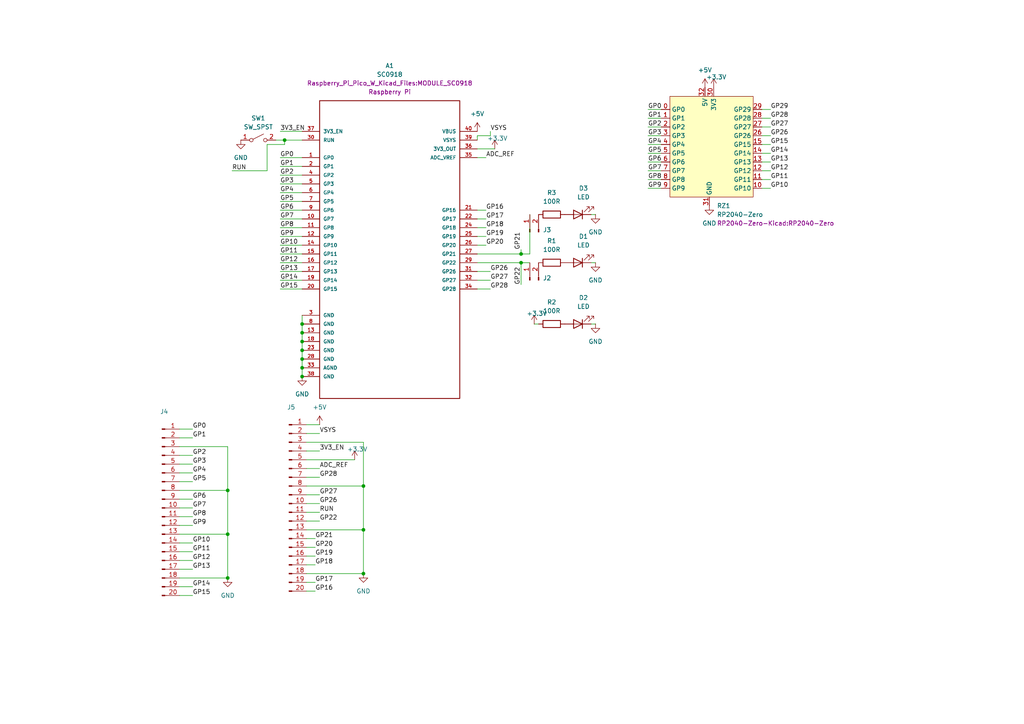
<source format=kicad_sch>
(kicad_sch (version 20231120) (generator "eeschema") (generator_version "8.0")
  (paper "A4")
  (lib_symbols
    (symbol "Connector:Conn_01x02_Pin" (pin_names (offset 1.016) hide)
      (property "Reference" "J" (at 0 2.54 0))
      (property "Value" "Conn_01x02_Pin" (at 0 -5.08 0))
      (symbol "Conn_01x02_Pin_1_1"
        (polyline (pts (xy 1.27 -2.54) (xy 0.8636 -2.54)) (stroke (width 0.1524)))
        (polyline (pts (xy 1.27 0) (xy 0.8636 0)) (stroke (width 0.1524)))
        (rectangle (start 0.8636 -2.413) (end 0 -2.667) (stroke (width 0.1524)) (fill (type outline)))
        (rectangle (start 0.8636 0.127) (end 0 -0.127) (stroke (width 0.1524)) (fill (type outline)))
        (pin passive line (at 5.08 0 180) (length 3.81) (name "Pin_1") (number "1"))
        (pin passive line (at 5.08 -2.54 180) (length 3.81) (name "Pin_2") (number "2"))
      )
    )
    (symbol "Connector:Conn_01x20_Pin" (pin_names (offset 1.016) hide)
      (property "Reference" "J" (at 0 25.4 0))
      (property "Value" "Conn_01x20_Pin" (at 0 -27.94 0))
      (symbol "Conn_01x20_Pin_1_1"
        (polyline (pts (xy 1.27 -25.4) (xy 0.8636 -25.4)) (stroke (width 0.1524)))
        (polyline (pts (xy 1.27 -22.86) (xy 0.8636 -22.86)) (stroke (width 0.1524)))
        (polyline (pts (xy 1.27 -20.32) (xy 0.8636 -20.32)) (stroke (width 0.1524)))
        (polyline (pts (xy 1.27 -17.78) (xy 0.8636 -17.78)) (stroke (width 0.1524)))
        (polyline (pts (xy 1.27 -15.24) (xy 0.8636 -15.24)) (stroke (width 0.1524)))
        (polyline (pts (xy 1.27 -12.7) (xy 0.8636 -12.7)) (stroke (width 0.1524)))
        (polyline (pts (xy 1.27 -10.16) (xy 0.8636 -10.16)) (stroke (width 0.1524)))
        (polyline (pts (xy 1.27 -7.62) (xy 0.8636 -7.62)) (stroke (width 0.1524)))
        (polyline (pts (xy 1.27 -5.08) (xy 0.8636 -5.08)) (stroke (width 0.1524)))
        (polyline (pts (xy 1.27 -2.54) (xy 0.8636 -2.54)) (stroke (width 0.1524)))
        (polyline (pts (xy 1.27 0) (xy 0.8636 0)) (stroke (width 0.1524)))
        (polyline (pts (xy 1.27 2.54) (xy 0.8636 2.54)) (stroke (width 0.1524)))
        (polyline (pts (xy 1.27 5.08) (xy 0.8636 5.08)) (stroke (width 0.1524)))
        (polyline (pts (xy 1.27 7.62) (xy 0.8636 7.62)) (stroke (width 0.1524)))
        (polyline (pts (xy 1.27 10.16) (xy 0.8636 10.16)) (stroke (width 0.1524)))
        (polyline (pts (xy 1.27 12.7) (xy 0.8636 12.7)) (stroke (width 0.1524)))
        (polyline (pts (xy 1.27 15.24) (xy 0.8636 15.24)) (stroke (width 0.1524)))
        (polyline (pts (xy 1.27 17.78) (xy 0.8636 17.78)) (stroke (width 0.1524)))
        (polyline (pts (xy 1.27 20.32) (xy 0.8636 20.32)) (stroke (width 0.1524)))
        (polyline (pts (xy 1.27 22.86) (xy 0.8636 22.86)) (stroke (width 0.1524)))
        (rectangle (start 0.8636 -25.273) (end 0 -25.527) (stroke (width 0.1524)) (fill (type outline)))
        (rectangle (start 0.8636 -22.733) (end 0 -22.987) (stroke (width 0.1524)) (fill (type outline)))
        (rectangle (start 0.8636 -20.193) (end 0 -20.447) (stroke (width 0.1524)) (fill (type outline)))
        (rectangle (start 0.8636 -17.653) (end 0 -17.907) (stroke (width 0.1524)) (fill (type outline)))
        (rectangle (start 0.8636 -15.113) (end 0 -15.367) (stroke (width 0.1524)) (fill (type outline)))
        (rectangle (start 0.8636 -12.573) (end 0 -12.827) (stroke (width 0.1524)) (fill (type outline)))
        (rectangle (start 0.8636 -10.033) (end 0 -10.287) (stroke (width 0.1524)) (fill (type outline)))
        (rectangle (start 0.8636 -7.493) (end 0 -7.747) (stroke (width 0.1524)) (fill (type outline)))
        (rectangle (start 0.8636 -4.953) (end 0 -5.207) (stroke (width 0.1524)) (fill (type outline)))
        (rectangle (start 0.8636 -2.413) (end 0 -2.667) (stroke (width 0.1524)) (fill (type outline)))
        (rectangle (start 0.8636 0.127) (end 0 -0.127) (stroke (width 0.1524)) (fill (type outline)))
        (rectangle (start 0.8636 2.667) (end 0 2.413) (stroke (width 0.1524)) (fill (type outline)))
        (rectangle (start 0.8636 5.207) (end 0 4.953) (stroke (width 0.1524)) (fill (type outline)))
        (rectangle (start 0.8636 7.747) (end 0 7.493) (stroke (width 0.1524)) (fill (type outline)))
        (rectangle (start 0.8636 10.287) (end 0 10.033) (stroke (width 0.1524)) (fill (type outline)))
        (rectangle (start 0.8636 12.827) (end 0 12.573) (stroke (width 0.1524)) (fill (type outline)))
        (rectangle (start 0.8636 15.367) (end 0 15.113) (stroke (width 0.1524)) (fill (type outline)))
        (rectangle (start 0.8636 17.907) (end 0 17.653) (stroke (width 0.1524)) (fill (type outline)))
        (rectangle (start 0.8636 20.447) (end 0 20.193) (stroke (width 0.1524)) (fill (type outline)))
        (rectangle (start 0.8636 22.987) (end 0 22.733) (stroke (width 0.1524)) (fill (type outline)))
        (pin passive line (at 5.08 22.86 180) (length 3.81) (name "Pin_1") (number "1"))
        (pin passive line (at 5.08 0 180) (length 3.81) (name "Pin_10") (number "10"))
        (pin passive line (at 5.08 -2.54 180) (length 3.81) (name "Pin_11") (number "11"))
        (pin passive line (at 5.08 -5.08 180) (length 3.81) (name "Pin_12") (number "12"))
        (pin passive line (at 5.08 -7.62 180) (length 3.81) (name "Pin_13") (number "13"))
        (pin passive line (at 5.08 -10.16 180) (length 3.81) (name "Pin_14") (number "14"))
        (pin passive line (at 5.08 -12.7 180) (length 3.81) (name "Pin_15") (number "15"))
        (pin passive line (at 5.08 -15.24 180) (length 3.81) (name "Pin_16") (number "16"))
        (pin passive line (at 5.08 -17.78 180) (length 3.81) (name "Pin_17") (number "17"))
        (pin passive line (at 5.08 -20.32 180) (length 3.81) (name "Pin_18") (number "18"))
        (pin passive line (at 5.08 -22.86 180) (length 3.81) (name "Pin_19") (number "19"))
        (pin passive line (at 5.08 20.32 180) (length 3.81) (name "Pin_2") (number "2"))
        (pin passive line (at 5.08 -25.4 180) (length 3.81) (name "Pin_20") (number "20"))
        (pin passive line (at 5.08 17.78 180) (length 3.81) (name "Pin_3") (number "3"))
        (pin passive line (at 5.08 15.24 180) (length 3.81) (name "Pin_4") (number "4"))
        (pin passive line (at 5.08 12.7 180) (length 3.81) (name "Pin_5") (number "5"))
        (pin passive line (at 5.08 10.16 180) (length 3.81) (name "Pin_6") (number "6"))
        (pin passive line (at 5.08 7.62 180) (length 3.81) (name "Pin_7") (number "7"))
        (pin passive line (at 5.08 5.08 180) (length 3.81) (name "Pin_8") (number "8"))
        (pin passive line (at 5.08 2.54 180) (length 3.81) (name "Pin_9") (number "9"))
      )
    )
    (symbol "Device:LED" (pin_numbers hide) (pin_names (offset 1.016) hide)
      (property "Reference" "D" (at 0 2.54 0))
      (property "Value" "LED" (at 0 -2.54 0))
      (symbol "LED_0_1"
        (polyline (pts (xy -1.27 -1.27) (xy -1.27 1.27)) (stroke (width 0.254)))
        (polyline (pts (xy -1.27 0) (xy 1.27 0)))
        (polyline (pts (xy 1.27 -1.27) (xy 1.27 1.27) (xy -1.27 0) (xy 1.27 -1.27)) (stroke (width 0.254)))
        (polyline (pts (xy -3.048 -0.762) (xy -4.572 -2.286) (xy -3.81 -2.286) (xy -4.572 -2.286) (xy -4.572 -1.524)))
        (polyline (pts (xy -1.778 -0.762) (xy -3.302 -2.286) (xy -2.54 -2.286) (xy -3.302 -2.286) (xy -3.302 -1.524)))
      )
      (symbol "LED_1_1"
        (pin passive line (at -3.81 0 0) (length 2.54) (name "K") (number "1"))
        (pin passive line (at 3.81 0 180) (length 2.54) (name "A") (number "2"))
      )
    )
    (symbol "Device:R" (pin_numbers hide) (pin_names (offset 0))
      (property "Reference" "R" (at 2.032 0 90))
      (property "Value" "R" (at 0 0 90))
      (symbol "R_0_1"
        (rectangle (start -1.016 -2.54) (end 1.016 2.54) (stroke (width 0.254)))
      )
      (symbol "R_1_1"
        (pin passive line (at 0 3.81 270) (length 1.27) (name "~") (number "1"))
        (pin passive line (at 0 -3.81 90) (length 1.27) (name "~") (number "2"))
      )
    )
    (symbol "Raspberry_Pi_Pico_W_SC0918:SC0918" (pin_names (offset 1.016))
      (property "Reference" "A1" (at 0 58.42 0))
      (property "Value" "SC0918" (at 0 55.88 0))
      (property "Footprint" "Raspberry Pi:MODULE_SC0918" (at -12.7 -46.99 0))
      (property "manufacturer" "Raspberry Pi" (at 0 53.34 0))
      (symbol "SC0918_0_0"
        (rectangle (start -20.32 -43.18) (end 20.32 43.18) (stroke (width 0.254)))
        (pin bidirectional line (at -25.4 26.67 0) (length 5.08) (name "GP0") (number "1"))
        (pin bidirectional line (at -25.4 8.89 0) (length 5.08) (name "GP7") (number "10"))
        (pin bidirectional line (at -25.4 6.35 0) (length 5.08) (name "GP8") (number "11"))
        (pin bidirectional line (at -25.4 3.81 0) (length 5.08) (name "GP9") (number "12"))
        (pin power_in line (at -25.4 -24.13 0) (length 5.08) (name "GND") (number "13"))
        (pin bidirectional line (at -25.4 1.27 0) (length 5.08) (name "GP10") (number "14"))
        (pin bidirectional line (at -25.4 -1.27 0) (length 5.08) (name "GP11") (number "15"))
        (pin bidirectional line (at -25.4 -3.81 0) (length 5.08) (name "GP12") (number "16"))
        (pin bidirectional line (at -25.4 -6.35 0) (length 5.08) (name "GP13") (number "17"))
        (pin power_in line (at -25.4 -26.67 0) (length 5.08) (name "GND") (number "18"))
        (pin bidirectional line (at -25.4 -8.89 0) (length 5.08) (name "GP14") (number "19"))
        (pin bidirectional line (at -25.4 24.13 0) (length 5.08) (name "GP1") (number "2"))
        (pin bidirectional line (at -25.4 -11.43 0) (length 5.08) (name "GP15") (number "20"))
        (pin bidirectional line (at 25.4 11.43 180) (length 5.08) (name "GP16") (number "21"))
        (pin bidirectional line (at 25.4 8.89 180) (length 5.08) (name "GP17") (number "22"))
        (pin power_in line (at -25.4 -29.21 0) (length 5.08) (name "GND") (number "23"))
        (pin bidirectional line (at 25.4 6.35 180) (length 5.08) (name "GP18") (number "24"))
        (pin bidirectional line (at 25.4 3.81 180) (length 5.08) (name "GP19") (number "25"))
        (pin bidirectional line (at 25.4 1.27 180) (length 5.08) (name "GP20") (number "26"))
        (pin bidirectional line (at 25.4 -1.27 180) (length 5.08) (name "GP21") (number "27"))
        (pin power_in line (at -25.4 -31.75 0) (length 5.08) (name "GND") (number "28"))
        (pin bidirectional line (at 25.4 -3.81 180) (length 5.08) (name "GP22") (number "29"))
        (pin power_in line (at -25.4 -19.05 0) (length 5.08) (name "GND") (number "3"))
        (pin input line (at -25.4 31.75 0) (length 5.08) (name "RUN") (number "30"))
        (pin bidirectional line (at 25.4 -6.35 180) (length 5.08) (name "GP26") (number "31"))
        (pin bidirectional line (at 25.4 -8.89 180) (length 5.08) (name "GP27") (number "32"))
        (pin power_in line (at -25.4 -34.29 0) (length 5.08) (name "AGND") (number "33"))
        (pin bidirectional line (at 25.4 -11.43 180) (length 5.08) (name "GP28") (number "34"))
        (pin power_in line (at 25.4 26.67 180) (length 5.08) (name "ADC_VREF") (number "35"))
        (pin power_in line (at 25.4 29.21 180) (length 5.08) (name "3V3_OUT") (number "36"))
        (pin input line (at -25.4 34.29 0) (length 5.08) (name "3V3_EN") (number "37"))
        (pin power_in line (at -25.4 -36.83 0) (length 5.08) (name "GND") (number "38"))
        (pin free line (at 25.4 31.75 180) (length 5.08) (name "VSYS") (number "39"))
        (pin bidirectional line (at -25.4 21.59 0) (length 5.08) (name "GP2") (number "4"))
        (pin free line (at 25.4 34.29 180) (length 5.08) (name "VBUS") (number "40"))
        (pin bidirectional line (at -25.4 19.05 0) (length 5.08) (name "GP3") (number "5"))
        (pin bidirectional line (at -25.4 16.51 0) (length 5.08) (name "GP4") (number "6"))
        (pin bidirectional line (at -25.4 13.97 0) (length 5.08) (name "GP5") (number "7"))
        (pin power_in line (at -25.4 -21.59 0) (length 5.08) (name "GND") (number "8"))
        (pin bidirectional line (at -25.4 11.43 0) (length 5.08) (name "GP6") (number "9"))
      )
    )
    (symbol "Switch:SW_SPST" (pin_names (offset 0) hide)
      (property "Reference" "SW" (at 0 3.175 0))
      (property "Value" "SW_SPST" (at 0 -2.54 0))
      (symbol "SW_SPST_0_0"
        (circle (center -2.032 0) (radius 0.508))
        (polyline (pts (xy -1.524 0.254) (xy 1.524 1.778)))
        (circle (center 2.032 0) (radius 0.508))
      )
      (symbol "SW_SPST_1_1"
        (pin passive line (at -5.08 0 0) (length 2.54) (name "A") (number "1"))
        (pin passive line (at 5.08 0 180) (length 2.54) (name "B") (number "2"))
      )
    )
    (symbol "power:+3.3V" (power) (pin_numbers hide) (pin_names (offset 0) hide)
      (property "Value" "+3.3V" (at 0 3.556 0))
      (symbol "+3.3V_0_1"
        (polyline (pts (xy -0.762 1.27) (xy 0 2.54)))
        (polyline (pts (xy 0 0) (xy 0 2.54)))
        (polyline (pts (xy 0 2.54) (xy 0.762 1.27)))
      )
      (symbol "+3.3V_1_1"
        (pin power_in line (at 0 0 90) (length 0) (name "~") (number "1"))
      )
    )
    (symbol "power:+5V" (power) (pin_numbers hide) (pin_names (offset 0) hide)
      (property "Value" "+5V" (at 0 3.556 0))
      (symbol "+5V_0_1"
        (polyline (pts (xy -0.762 1.27) (xy 0 2.54)))
        (polyline (pts (xy 0 0) (xy 0 2.54)))
        (polyline (pts (xy 0 2.54) (xy 0.762 1.27)))
      )
      (symbol "+5V_1_1"
        (pin power_in line (at 0 0 90) (length 0) (name "~") (number "1"))
      )
    )
    (symbol "power:GND" (power) (pin_numbers hide) (pin_names (offset 0) hide)
      (property "Value" "GND" (at 0 -3.81 0))
      (symbol "GND_0_1"
        (polyline (pts (xy 0 0) (xy 0 -1.27) (xy 1.27 -1.27) (xy 0 -2.54) (xy -1.27 -1.27) (xy 0 -1.27)))
      )
      (symbol "GND_1_1"
        (pin power_in line (at 0 0 270) (length 0) (name "~") (number "1"))
      )
    )
    (symbol "rp2040-zero:RP2040-Zero"
      (property "Reference" "RZ" (at 0 0 0))
      (property "Value" "RP2040-Zero" (at 0 -2.54 0))
      (property "Footprint" "RP2040-Zero:RP2040-Zero" (at 0 2.54 0))
      (symbol "RP2040-Zero_0_1"
        (rectangle (start -11.43 -15.24) (end 12.7 13.97) (fill (type background)))
      )
      (symbol "RP2040-Zero_1_1"
        (pin bidirectional line (at -13.97 10.16 0) (length 2.54) (name "GP0") (number "0"))
        (pin bidirectional line (at -13.97 7.62 0) (length 2.54) (name "GP1") (number "1"))
        (pin bidirectional line (at 15.24 -12.7 180) (length 2.54) (name "GP10") (number "10"))
        (pin bidirectional line (at 15.24 -10.16 180) (length 2.54) (name "GP11") (number "11"))
        (pin bidirectional line (at 15.24 -7.62 180) (length 2.54) (name "GP12") (number "12"))
        (pin bidirectional line (at 15.24 -5.08 180) (length 2.54) (name "GP13") (number "13"))
        (pin bidirectional line (at 15.24 -2.54 180) (length 2.54) (name "GP14") (number "14"))
        (pin bidirectional line (at 15.24 0 180) (length 2.54) (name "GP15") (number "15"))
        (pin bidirectional line (at -13.97 5.08 0) (length 2.54) (name "GP2") (number "2"))
        (pin bidirectional line (at 15.24 2.54 180) (length 2.54) (name "GP26") (number "26"))
        (pin bidirectional line (at 15.24 5.08 180) (length 2.54) (name "GP27") (number "27"))
        (pin bidirectional line (at 15.24 7.62 180) (length 2.54) (name "GP28") (number "28"))
        (pin bidirectional line (at 15.24 10.16 180) (length 2.54) (name "GP29") (number "29"))
        (pin bidirectional line (at -13.97 2.54 0) (length 2.54) (name "GP3") (number "3"))
        (pin power_in line (at 1.27 16.51 270) (length 2.54) (name "3V3") (number "30"))
        (pin passive line (at 0 -17.78 90) (length 2.54) (name "GND") (number "31"))
        (pin power_in line (at -1.27 16.51 270) (length 2.54) (name "5V") (number "32"))
        (pin bidirectional line (at -13.97 0 0) (length 2.54) (name "GP4") (number "4"))
        (pin bidirectional line (at -13.97 -2.54 0) (length 2.54) (name "GP5") (number "5"))
        (pin bidirectional line (at -13.97 -5.08 0) (length 2.54) (name "GP6") (number "6"))
        (pin bidirectional line (at -13.97 -7.62 0) (length 2.54) (name "GP7") (number "7"))
        (pin bidirectional line (at -13.97 -10.16 0) (length 2.54) (name "GP8") (number "8"))
        (pin bidirectional line (at -13.97 -12.7 0) (length 2.54) (name "GP9") (number "9"))
      )
    )
  )
  (junction (at 66.04 142.24))
  (junction (at 66.04 154.94))
  (junction (at 87.63 109.22))
  (junction (at 87.63 96.52))
  (junction (at 105.41 166.37))
  (junction (at 105.41 153.67))
  (junction (at 87.63 106.68))
  (junction (at 151.13 76.2))
  (junction (at 82.55 40.64))
  (junction (at 105.41 140.97))
  (junction (at 66.04 167.64))
  (junction (at 87.63 99.06))
  (junction (at 87.63 104.14))
  (junction (at 87.63 101.6))
  (junction (at 151.13 73.66))
  (junction (at 87.63 93.98))
  (wire (pts (xy 52.07 149.86) (xy 55.88 149.86)))
  (wire (pts (xy 81.28 50.8) (xy 87.63 50.8)))
  (wire (pts (xy 220.98 49.53) (xy 223.52 49.53)))
  (wire (pts (xy 81.28 38.1) (xy 87.63 38.1)))
  (wire (pts (xy 88.9 171.45) (xy 91.44 171.45)))
  (wire (pts (xy 81.28 53.34) (xy 87.63 53.34)))
  (wire (pts (xy 187.96 41.91) (xy 191.77 41.91)))
  (wire (pts (xy 105.41 140.97) (xy 105.41 153.67)))
  (wire (pts (xy 81.28 60.96) (xy 87.63 60.96)))
  (wire (pts (xy 220.98 34.29) (xy 223.52 34.29)))
  (wire (pts (xy 88.9 138.43) (xy 92.71 138.43)))
  (wire (pts (xy 138.43 39.37) (xy 142.24 39.37)))
  (wire (pts (xy 81.28 45.72) (xy 87.63 45.72)))
  (wire (pts (xy 138.43 43.18) (xy 143.51 43.18)))
  (wire (pts (xy 88.9 135.89) (xy 92.71 135.89)))
  (wire (pts (xy 151.13 76.2) (xy 153.67 76.2)))
  (wire (pts (xy 187.96 36.83) (xy 191.77 36.83)))
  (wire (pts (xy 81.28 71.12) (xy 87.63 71.12)))
  (wire (pts (xy 105.41 153.67) (xy 105.41 166.37)))
  (wire (pts (xy 66.04 142.24) (xy 66.04 154.94)))
  (wire (pts (xy 88.9 151.13) (xy 92.71 151.13)))
  (wire (pts (xy 88.9 148.59) (xy 92.71 148.59)))
  (wire (pts (xy 77.47 49.53) (xy 77.47 41.91)))
  (wire (pts (xy 88.9 161.29) (xy 91.44 161.29)))
  (wire (pts (xy 77.47 41.91) (xy 82.55 41.91)))
  (wire (pts (xy 151.13 72.39) (xy 151.13 73.66)))
  (wire (pts (xy 87.63 91.44) (xy 87.63 93.98)))
  (wire (pts (xy 88.9 133.35) (xy 102.87 133.35)))
  (wire (pts (xy 142.24 39.37) (xy 142.24 38.1)))
  (wire (pts (xy 82.55 40.64) (xy 87.63 40.64)))
  (wire (pts (xy 154.94 93.98) (xy 156.21 93.98)))
  (wire (pts (xy 220.98 44.45) (xy 223.52 44.45)))
  (wire (pts (xy 220.98 46.99) (xy 223.52 46.99)))
  (wire (pts (xy 138.43 83.82) (xy 142.24 83.82)))
  (wire (pts (xy 52.07 129.54) (xy 66.04 129.54)))
  (wire (pts (xy 187.96 52.07) (xy 191.77 52.07)))
  (wire (pts (xy 52.07 134.62) (xy 55.88 134.62)))
  (wire (pts (xy 66.04 154.94) (xy 66.04 167.64)))
  (wire (pts (xy 138.43 68.58) (xy 140.97 68.58)))
  (wire (pts (xy 52.07 127) (xy 55.88 127)))
  (wire (pts (xy 88.9 128.27) (xy 105.41 128.27)))
  (wire (pts (xy 52.07 154.94) (xy 66.04 154.94)))
  (wire (pts (xy 81.28 83.82) (xy 87.63 83.82)))
  (wire (pts (xy 81.28 76.2) (xy 87.63 76.2)))
  (wire (pts (xy 138.43 63.5) (xy 140.97 63.5)))
  (wire (pts (xy 52.07 152.4) (xy 55.88 152.4)))
  (wire (pts (xy 67.31 49.53) (xy 77.47 49.53)))
  (wire (pts (xy 52.07 162.56) (xy 55.88 162.56)))
  (wire (pts (xy 87.63 106.68) (xy 87.63 109.22)))
  (wire (pts (xy 52.07 144.78) (xy 55.88 144.78)))
  (wire (pts (xy 153.67 62.23) (xy 153.67 73.66)))
  (wire (pts (xy 138.43 66.04) (xy 140.97 66.04)))
  (wire (pts (xy 81.28 48.26) (xy 87.63 48.26)))
  (wire (pts (xy 52.07 132.08) (xy 55.88 132.08)))
  (wire (pts (xy 81.28 81.28) (xy 87.63 81.28)))
  (wire (pts (xy 138.43 60.96) (xy 140.97 60.96)))
  (wire (pts (xy 88.9 143.51) (xy 92.71 143.51)))
  (wire (pts (xy 88.9 125.73) (xy 92.71 125.73)))
  (wire (pts (xy 88.9 123.19) (xy 92.71 123.19)))
  (wire (pts (xy 88.9 156.21) (xy 91.44 156.21)))
  (wire (pts (xy 138.43 45.72) (xy 140.97 45.72)))
  (wire (pts (xy 220.98 41.91) (xy 223.52 41.91)))
  (wire (pts (xy 87.63 96.52) (xy 87.63 99.06)))
  (wire (pts (xy 220.98 39.37) (xy 223.52 39.37)))
  (wire (pts (xy 138.43 71.12) (xy 140.97 71.12)))
  (wire (pts (xy 187.96 46.99) (xy 191.77 46.99)))
  (wire (pts (xy 52.07 124.46) (xy 55.88 124.46)))
  (wire (pts (xy 220.98 36.83) (xy 223.52 36.83)))
  (wire (pts (xy 138.43 73.66) (xy 151.13 73.66)))
  (wire (pts (xy 220.98 31.75) (xy 223.52 31.75)))
  (wire (pts (xy 52.07 157.48) (xy 55.88 157.48)))
  (wire (pts (xy 88.9 166.37) (xy 105.41 166.37)))
  (wire (pts (xy 187.96 54.61) (xy 191.77 54.61)))
  (wire (pts (xy 187.96 49.53) (xy 191.77 49.53)))
  (wire (pts (xy 138.43 76.2) (xy 151.13 76.2)))
  (wire (pts (xy 81.28 58.42) (xy 87.63 58.42)))
  (wire (pts (xy 187.96 31.75) (xy 191.77 31.75)))
  (wire (pts (xy 52.07 170.18) (xy 55.88 170.18)))
  (wire (pts (xy 80.01 40.64) (xy 82.55 40.64)))
  (wire (pts (xy 81.28 73.66) (xy 87.63 73.66)))
  (wire (pts (xy 171.45 93.98) (xy 172.72 93.98)))
  (wire (pts (xy 187.96 44.45) (xy 191.77 44.45)))
  (wire (pts (xy 88.9 158.75) (xy 91.44 158.75)))
  (wire (pts (xy 81.28 63.5) (xy 87.63 63.5)))
  (wire (pts (xy 88.9 153.67) (xy 105.41 153.67)))
  (wire (pts (xy 171.45 76.2) (xy 172.72 76.2)))
  (wire (pts (xy 52.07 167.64) (xy 66.04 167.64)))
  (wire (pts (xy 81.28 78.74) (xy 87.63 78.74)))
  (wire (pts (xy 138.43 78.74) (xy 142.24 78.74)))
  (wire (pts (xy 88.9 130.81) (xy 92.71 130.81)))
  (wire (pts (xy 138.43 40.64) (xy 138.43 39.37)))
  (wire (pts (xy 52.07 142.24) (xy 66.04 142.24)))
  (wire (pts (xy 151.13 76.2) (xy 151.13 82.55)))
  (wire (pts (xy 88.9 163.83) (xy 91.44 163.83)))
  (wire (pts (xy 52.07 137.16) (xy 55.88 137.16)))
  (wire (pts (xy 82.55 41.91) (xy 82.55 40.64)))
  (wire (pts (xy 52.07 160.02) (xy 55.88 160.02)))
  (wire (pts (xy 81.28 66.04) (xy 87.63 66.04)))
  (wire (pts (xy 81.28 55.88) (xy 87.63 55.88)))
  (wire (pts (xy 52.07 165.1) (xy 55.88 165.1)))
  (wire (pts (xy 220.98 52.07) (xy 223.52 52.07)))
  (wire (pts (xy 87.63 101.6) (xy 87.63 104.14)))
  (wire (pts (xy 151.13 73.66) (xy 153.67 73.66)))
  (wire (pts (xy 187.96 34.29) (xy 191.77 34.29)))
  (wire (pts (xy 87.63 99.06) (xy 87.63 101.6)))
  (wire (pts (xy 88.9 168.91) (xy 91.44 168.91)))
  (wire (pts (xy 52.07 172.72) (xy 55.88 172.72)))
  (wire (pts (xy 138.43 81.28) (xy 142.24 81.28)))
  (wire (pts (xy 81.28 68.58) (xy 87.63 68.58)))
  (wire (pts (xy 66.04 129.54) (xy 66.04 142.24)))
  (wire (pts (xy 171.45 62.23) (xy 172.72 62.23)))
  (wire (pts (xy 220.98 54.61) (xy 223.52 54.61)))
  (wire (pts (xy 87.63 104.14) (xy 87.63 106.68)))
  (wire (pts (xy 87.63 93.98) (xy 87.63 96.52)))
  (wire (pts (xy 187.96 39.37) (xy 191.77 39.37)))
  (wire (pts (xy 52.07 139.7) (xy 55.88 139.7)))
  (wire (pts (xy 52.07 147.32) (xy 55.88 147.32)))
  (wire (pts (xy 105.41 128.27) (xy 105.41 140.97)))
  (wire (pts (xy 88.9 146.05) (xy 92.71 146.05)))
  (wire (pts (xy 88.9 140.97) (xy 105.41 140.97)))
  (label "VSYS" (at 92.71 125.73 0))
  (label "GP5" (at 81.28 58.42 0))
  (label "GP29" (at 223.52 31.75 0))
  (label "GP12" (at 223.52 49.53 0))
  (label "3V3_EN" (at 81.28 38.1 0))
  (label "GP22" (at 92.71 151.13 0))
  (label "GP7" (at 187.96 49.53 0))
  (label "GP22" (at 151.13 82.55 90))
  (label "GP10" (at 223.52 54.61 0))
  (label "GP3" (at 55.88 134.62 0))
  (label "GP9" (at 81.28 68.58 0))
  (label "GP13" (at 55.88 165.1 0))
  (label "GP3" (at 81.28 53.34 0))
  (label "GP11" (at 81.28 73.66 0))
  (label "RUN" (at 67.31 49.53 0))
  (label "GP19" (at 91.44 161.29 0))
  (label "GP11" (at 223.52 52.07 0))
  (label "GP7" (at 81.28 63.5 0))
  (label "GP10" (at 81.28 71.12 0))
  (label "GP2" (at 55.88 132.08 0))
  (label "GP6" (at 187.96 46.99 0))
  (label "GP28" (at 223.52 34.29 0))
  (label "GP11" (at 55.88 160.02 0))
  (label "GP10" (at 55.88 157.48 0))
  (label "GP1" (at 81.28 48.26 0))
  (label "GP18" (at 91.44 163.83 0))
  (label "GP0" (at 187.96 31.75 0))
  (label "GP8" (at 81.28 66.04 0))
  (label "GP12" (at 81.28 76.2 0))
  (label "GP20" (at 91.44 158.75 0))
  (label "GP8" (at 55.88 149.86 0))
  (label "GP4" (at 55.88 137.16 0))
  (label "ADC_REF" (at 140.97 45.72 0))
  (label "GP9" (at 187.96 54.61 0))
  (label "GP0" (at 55.88 124.46 0))
  (label "GP13" (at 223.52 46.99 0))
  (label "GP12" (at 55.88 162.56 0))
  (label "GP3" (at 187.96 39.37 0))
  (label "GP18" (at 140.97 66.04 0))
  (label "GP20" (at 140.97 71.12 0))
  (label "GP14" (at 223.52 44.45 0))
  (label "GP5" (at 55.88 139.7 0))
  (label "GP14" (at 55.88 170.18 0))
  (label "GP17" (at 91.44 168.91 0))
  (label "GP8" (at 187.96 52.07 0))
  (label "GP14" (at 81.28 81.28 0))
  (label "GP15" (at 81.28 83.82 0))
  (label "GP26" (at 92.71 146.05 0))
  (label "GP21" (at 151.13 72.39 90))
  (label "GP2" (at 81.28 50.8 0))
  (label "ADC_REF" (at 92.71 135.89 0))
  (label "GP0" (at 81.28 45.72 0))
  (label "GP16" (at 140.97 60.96 0))
  (label "GP13" (at 81.28 78.74 0))
  (label "GP5" (at 187.96 44.45 0))
  (label "RUN" (at 92.71 148.59 0))
  (label "GP6" (at 55.88 144.78 0))
  (label "GP26" (at 142.24 78.74 0))
  (label "GP27" (at 142.24 81.28 0))
  (label "GP15" (at 223.52 41.91 0))
  (label "GP7" (at 55.88 147.32 0))
  (label "GP2" (at 187.96 36.83 0))
  (label "GP26" (at 223.52 39.37 0))
  (label "3V3_EN" (at 92.71 130.81 0))
  (label "GP1" (at 187.96 34.29 0))
  (label "GP1" (at 55.88 127 0))
  (label "GP4" (at 187.96 41.91 0))
  (label "GP6" (at 81.28 60.96 0))
  (label "GP28" (at 142.24 83.82 0))
  (label "GP28" (at 92.71 138.43 0))
  (label "GP17" (at 140.97 63.5 0))
  (label "GP9" (at 55.88 152.4 0))
  (label "VSYS" (at 142.24 38.1 0))
  (label "GP27" (at 92.71 143.51 0))
  (label "GP4" (at 81.28 55.88 0))
  (label "GP16" (at 91.44 171.45 0))
  (label "GP27" (at 223.52 36.83 0))
  (label "GP21" (at 91.44 156.21 0))
  (label "GP15" (at 55.88 172.72 0))
  (label "GP19" (at 140.97 68.58 0))
  (symbol (lib_id "power:+3.3V") (at 154.94 93.98 0) (unit 1)
    (property "Reference" "#PWR010" (effects (hide yes)))
    (property "Value" "+3.3V" (at 155.702 90.932 0))
    (property "Description" "Power symbol creates a global label with name \"+3.3V\"" (effects (hide yes)))
  )
  (symbol (lib_id "Connector:Conn_01x02_Pin") (at 153.67 81.28 90) (unit 1)
    (property "Reference" "J2" (at 157.48 80.6449 90) (effects (justify right)))
    (property "Value" "Conn_01x02_Pin" (effects (hide yes)))
    (property "Footprint" "Connector_PinHeader_2.54mm:PinHeader_1x02_P2.54mm_Vertical" (effects (hide yes)))
    (property "Description" "Generic connector, single row, 01x02, script generated" (effects (hide yes)))
  )
  (symbol (lib_id "power:GND") (at 105.41 166.37 0) (unit 1)
    (property "Reference" "#PWR016" (effects (hide yes)))
    (property "Value" "GND" (at 105.41 171.45 0))
    (property "Description" "Power symbol creates a global label with name \"GND\" , ground" (effects (hide yes)))
  )
  (symbol (lib_id "Device:LED") (at 167.64 93.98 180) (unit 1)
    (property "Reference" "D2" (at 169.2275 86.36 0))
    (property "Value" "LED" (at 169.2275 88.9 0))
    (property "Footprint" "LED_THT:LED_D5.0mm" (effects (hide yes)))
    (property "Description" "Light emitting diode" (effects (hide yes)))
  )
  (symbol (lib_id "Device:LED") (at 167.64 76.2 180) (unit 1)
    (property "Reference" "D1" (at 169.2275 68.58 0))
    (property "Value" "LED" (at 169.2275 71.12 0))
    (property "Footprint" "LED_THT:LED_D5.0mm" (effects (hide yes)))
    (property "Description" "Light emitting diode" (effects (hide yes)))
  )
  (symbol (lib_id "Device:R") (at 160.02 76.2 90) (unit 1)
    (property "Reference" "R1" (at 160.02 69.85 90))
    (property "Value" "100R" (at 160.02 72.39 90))
    (property "Footprint" "Resistor_THT:R_Axial_DIN0309_L9.0mm_D3.2mm_P12.70mm_Horizontal" (effects (hide yes)))
    (property "Description" "Resistor" (effects (hide yes)))
  )
  (symbol (lib_id "Connector:Conn_01x20_Pin") (at 83.82 146.05 0) (unit 1)
    (property "Reference" "J5" (at 84.455 118.11 0))
    (property "Value" "Conn_01x20_Pin" (effects (hide yes)))
    (property "Footprint" "Connector_PinHeader_2.54mm:PinHeader_1x20_P2.54mm_Vertical" (effects (hide yes)))
    (property "Description" "Generic connector, single row, 01x20, script generated" (effects (hide yes)))
  )
  (symbol (lib_id "power:GND") (at 87.63 109.22 0) (unit 1)
    (property "Reference" "#PWR02" (effects (hide yes)))
    (property "Value" "GND" (at 87.63 114.3 0))
    (property "Description" "Power symbol creates a global label with name \"GND\" , ground" (effects (hide yes)))
  )
  (symbol (lib_id "power:GND") (at 69.85 40.64 0) (unit 1)
    (property "Reference" "#PWR01" (effects (hide yes)))
    (property "Value" "GND" (at 69.85 45.72 0))
    (property "Description" "Power symbol creates a global label with name \"GND\" , ground" (effects (hide yes)))
  )
  (symbol (lib_id "Connector:Conn_01x02_Pin") (at 153.67 67.31 90) (unit 1)
    (property "Reference" "J3" (at 157.48 66.6749 90) (effects (justify right)))
    (property "Value" "Conn_01x02_Pin" (effects (hide yes)))
    (property "Footprint" "Connector_PinHeader_2.54mm:PinHeader_1x02_P2.54mm_Vertical" (effects (hide yes)))
    (property "Description" "Generic connector, single row, 01x02, script generated" (effects (hide yes)))
  )
  (symbol (lib_id "power:GND") (at 205.74 59.69 0) (unit 1)
    (property "Reference" "#PWR07" (effects (hide yes)))
    (property "Value" "GND" (at 205.74 64.77 0))
    (property "Description" "Power symbol creates a global label with name \"GND\" , ground" (effects (hide yes)))
  )
  (symbol (lib_id "power:+5V") (at 92.71 123.19 0) (unit 1)
    (property "Reference" "#PWR014" (effects (hide yes)))
    (property "Value" "+5V" (at 92.71 118.11 0))
    (property "Description" "Power symbol creates a global label with name \"+5V\"" (effects (hide yes)))
  )
  (symbol (lib_id "power:GND") (at 172.72 62.23 0) (unit 1)
    (property "Reference" "#PWR012" (effects (hide yes)))
    (property "Value" "GND" (at 172.72 67.31 0))
    (property "Description" "Power symbol creates a global label with name \"GND\" , ground" (effects (hide yes)))
  )
  (symbol (lib_id "Device:R") (at 160.02 93.98 90) (unit 1)
    (property "Reference" "R2" (at 160.02 87.63 90))
    (property "Value" "100R" (at 160.02 90.17 90))
    (property "Footprint" "Resistor_THT:R_Axial_DIN0309_L9.0mm_D3.2mm_P12.70mm_Horizontal" (effects (hide yes)))
    (property "Description" "Resistor" (effects (hide yes)))
  )
  (symbol (lib_id "power:+5V") (at 138.43 38.1 0) (unit 1)
    (property "Reference" "#PWR05" (effects (hide yes)))
    (property "Value" "+5V" (at 138.43 33.02 0))
    (property "Description" "Power symbol creates a global label with name \"+5V\"" (effects (hide yes)))
  )
  (symbol (lib_id "power:+5V") (at 204.47 25.4 0) (unit 1)
    (property "Reference" "#PWR03" (effects (hide yes)))
    (property "Value" "+5V" (at 204.47 20.32 0))
    (property "Description" "Power symbol creates a global label with name \"+5V\"" (effects (hide yes)))
  )
  (symbol (lib_id "rp2040-zero:RP2040-Zero") (at 205.74 41.91 0) (unit 1)
    (property "Reference" "RZ1" (at 207.9341 59.69 0) (effects (justify left)))
    (property "Value" "RP2040-Zero" (at 207.9341 62.23 0) (effects (justify left)))
    (property "Footprint" "RP2040-Zero-Kicad:RP2040-Zero" (at 207.9341 64.77 0) (effects (justify left)))
  )
  (symbol (lib_id "power:GND") (at 66.04 167.64 0) (unit 1)
    (property "Reference" "#PWR013" (effects (hide yes)))
    (property "Value" "GND" (at 66.04 172.72 0))
    (property "Description" "Power symbol creates a global label with name \"GND\" , ground" (effects (hide yes)))
  )
  (symbol (lib_id "Device:R") (at 160.02 62.23 90) (unit 1)
    (property "Reference" "R3" (at 160.02 55.88 90))
    (property "Value" "100R" (at 160.02 58.42 90))
    (property "Footprint" "Resistor_THT:R_Axial_DIN0309_L9.0mm_D3.2mm_P12.70mm_Horizontal" (effects (hide yes)))
    (property "Description" "Resistor" (effects (hide yes)))
  )
  (symbol (lib_id "Device:LED") (at 167.64 62.23 180) (unit 1)
    (property "Reference" "D3" (at 169.2275 54.61 0))
    (property "Value" "LED" (at 169.2275 57.15 0))
    (property "Footprint" "LED_THT:LED_D5.0mm" (effects (hide yes)))
    (property "Description" "Light emitting diode" (effects (hide yes)))
  )
  (symbol (lib_id "Connector:Conn_01x20_Pin") (at 46.99 147.32 0) (unit 1)
    (property "Reference" "J4" (at 47.625 119.38 0))
    (property "Value" "Conn_01x20_Pin" (effects (hide yes)))
    (property "Footprint" "Connector_PinHeader_2.54mm:PinHeader_1x20_P2.54mm_Vertical" (effects (hide yes)))
    (property "Description" "Generic connector, single row, 01x20, script generated" (effects (hide yes)))
  )
  (symbol (lib_id "power:+3.3V") (at 102.87 133.35 0) (unit 1)
    (property "Reference" "#PWR015" (effects (hide yes)))
    (property "Value" "+3.3V" (at 103.632 130.302 0))
    (property "Description" "Power symbol creates a global label with name \"+3.3V\"" (effects (hide yes)))
  )
  (symbol (lib_id "power:GND") (at 172.72 76.2 0) (unit 1)
    (property "Reference" "#PWR011" (effects (hide yes)))
    (property "Value" "GND" (at 172.72 81.28 0))
    (property "Description" "Power symbol creates a global label with name \"GND\" , ground" (effects (hide yes)))
  )
  (symbol (lib_id "power:GND") (at 172.72 93.98 0) (unit 1)
    (property "Reference" "#PWR09" (effects (hide yes)))
    (property "Value" "GND" (at 172.72 99.06 0))
    (property "Description" "Power symbol creates a global label with name \"GND\" , ground" (effects (hide yes)))
  )
  (symbol (lib_id "Switch:SW_SPST") (at 74.93 40.64 0) (unit 1)
    (property "Reference" "SW1" (at 74.93 34.29 0))
    (property "Value" "SW_SPST" (at 74.93 36.83 0))
    (property "Footprint" "Button_Switch_THT:SW_PUSH_6mm_H8.5mm" (effects (hide yes)))
    (property "Description" "Single Pole Single Throw (SPST) switch" (effects (hide yes)))
  )
  (symbol (lib_id "power:+3.3V") (at 207.01 25.4 0) (unit 1)
    (property "Reference" "#PWR04" (effects (hide yes)))
    (property "Value" "+3.3V" (at 207.772 22.352 0))
    (property "Description" "Power symbol creates a global label with name \"+3.3V\"" (effects (hide yes)))
  )
  (symbol (lib_id "power:+3.3V") (at 143.51 43.18 0) (unit 1)
    (property "Reference" "#PWR06" (effects (hide yes)))
    (property "Value" "+3.3V" (at 144.272 40.132 0))
    (property "Description" "Power symbol creates a global label with name \"+3.3V\"" (effects (hide yes)))
  )
  (symbol (lib_id "Raspberry_Pi_Pico_W_SC0918:SC0918") (at 113.03 72.39 0) (unit 1)
    (property "Reference" "A1" (at 113.03 19.05 0))
    (property "Value" "SC0918" (at 113.03 21.59 0))
    (property "Footprint" "Raspberry_Pi_Pico_W_Kicad_Files:MODULE_SC0918" (at 113.03 24.13 0))
    (property "Datasheet" "https://datasheets.raspberrypi.com/picow/pico-w-datasheet.pdf" (effects (hide yes)))
    (property "manufacturer" "Raspberry Pi" (at 113.03 26.67 0))
    (property "P/N" "SC0918" (effects (hide yes)))
    (property "PARTREV" "1.6" (effects (hide yes)))
    (property "MAXIMUM_PACKAGE_HEIGHT" "3.73mm" (effects (hide yes)))
  )
)
</source>
